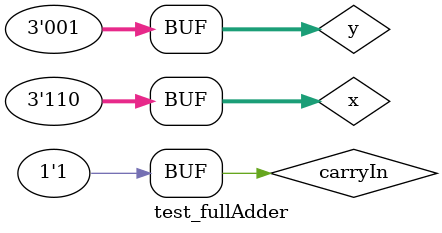
<source format=v>

module au01(output soma, output carryOut, input a, input b, input carryIn);
//Definição dos fios da AU
wire s0, d0, d1, d2;

//Definição das portas operadoradoras aritméticas da AU
xor xor1(s0, a, b);
xor xor2(soma, s0, carryIn);

//Definição da AU
and and1(d0, carryIn, b);
and and2(d1, a, b);
and and3(d2, a, carryIn);
or or1(carryOut, d0, d1, d2);

endmodule //au01

// ----------------
// full adder
// ----------------
module fullAdder(output [2:0]soma, output [2:0]carryOut, 
                 input [2:0]a, input [2:0]b, input carryIn);

au01 a1(soma[0], carryOut[0], a[0], b[0], carryIn);
au01 a2(soma[1], carryOut[1], a[1], b[1], carryIn);
au01 a3(soma[2], carryOut[2], a[2], b[2], carryIn);


endmodule //full adder

// ----------------
// test fullAdder
// ----------------
module test_fullAdder;

// ---------------- Definir dados
reg [2:0]x;
reg [2:0]y;
reg carryIn;
wire [2:0]soma;
wire [2:0]carryOut;

// ---------------- Instância
 fullAdder modulo(soma, carryOut, x, y, carryIn);
 
// ---------------- Preparação
 initial begin: start
  x = 3'b011; y = 3'b100;
  carryIn = 1'b0;
 end

// ---------------- Parte principal
 initial begin: main
   $display("Exemplo0021 - Josemar Alves Caetano - 448662.");
	$display("Test ALU's full adder");
	
    
    $monitor("%b + %b = %b. Vai-um: %b", x, y, soma, carryOut);

   #1 x = 3'b111; y = 3'b010;   
   #1 carryIn = 1'b1; x = 3'b000; y = 3'b001;
   #1 x = 3'b011; y = 3'b010;
   #1 x = 3'b110; y = 3'b001;
 
 end //main
 
endmodule //test_fullAdder
</source>
